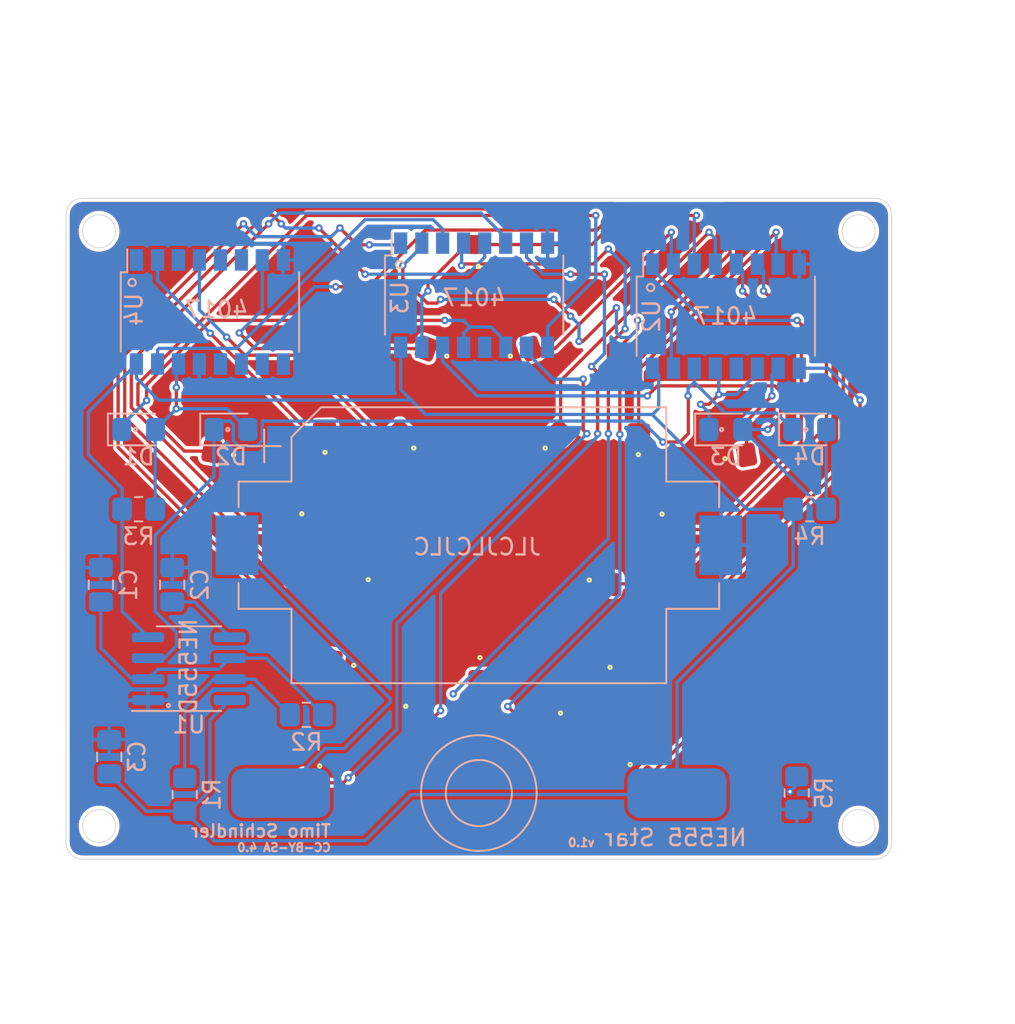
<source format=kicad_pcb>
(kicad_pcb (version 20171130) (host pcbnew 5.1.9)
  (layers (0 F.Cu signal) (31 B.Cu signal) (34 B.Paste user) (35 F.Paste user) (36 B.SilkS user) (37 F.SilkS user) (38 B.Mask user) (39 F.Mask user) (44 Edge.Cuts user))
  (net 0 "")
  (net 1 +3V0)
  (net 2 GND)
  (net 3 "Net-(C1-Pad1)")
  (net 4 "Net-(C2-Pad1)")
  (net 5 VCC)
  (net 6 "Net-(D1-Pad2)")
  (net 7 "Net-(D5-Pad2)")
  (net 8 "Net-(D6-Pad2)")
  (net 9 "Net-(D7-Pad2)")
  (net 10 "Net-(D8-Pad2)")
  (net 11 "Net-(D9-Pad2)")
  (net 12 "Net-(D10-Pad2)")
  (net 13 "Net-(D11-Pad2)")
  (net 14 "Net-(D12-Pad2)")
  (net 15 "Net-(D13-Pad2)")
  (net 16 "Net-(D14-Pad2)")
  (net 17 "Net-(D15-Pad2)")
  (net 18 "Net-(D16-Pad2)")
  (net 19 "Net-(D17-Pad2)")
  (net 20 "Net-(D18-Pad2)")
  (net 21 "Net-(D19-Pad2)")
  (net 22 "Net-(D20-Pad2)")
  (net 23 "Net-(D21-Pad2)")
  (net 24 "Net-(D22-Pad2)")
  (net 25 "Net-(D23-Pad2)")
  (net 26 "Net-(D24-Pad2)")
  (net 27 "Net-(R1-Pad2)")
  (net 28 "Net-(U2-Pad15)")
  (net 29 "Net-(U2-Pad12)")
  (net 30 "Net-(U3-Pad12)")
  (net 31 "Net-(U3-Pad3)")
  (net 32 "Net-(U4-Pad12)")
  (net 33 "Net-(U4-Pad3)")
  (net 34 "Net-(U4-Pad9)")
  (net 35 /Common-R)
  (net 36 "Net-(D1-Pad1)")
  (net 37 "Net-(D2-Pad1)")
  (net 38 "Net-(D3-Pad2)")
  (net 39 "Net-(D3-Pad1)")
  (net 40 "Net-(U4-Pad10)")
  (net 41 "Net-(U4-Pad6)")
  (net 42 "Net-(U4-Pad5)")
  (net 43 "Net-(U4-Pad1)")
  (module Binary_Kitchen:star_small (layer F.Cu) (at 157.226 106.426)
    (fp_text reference Ref** hide)
    (fp_text value Val** hide)
  )
  (module Binary_Kitchen:star (layer F.Cu) (at 125.51 84.44)
    (fp_text reference Ref** hide)
    (fp_text value Val** hide)
  )
  (module Binary_Kitchen:LED_0805_2012Metric_Pad1.15x1.40mm_HandSolder (layer F.Cu) (at 125.065 93.1 270)
    (fp_text reference D15 hide)
    (fp_text value LED)
    (pad 2 smd roundrect (at 1.025 0 270) (size 1.15 1.4) (layers F.Cu F.Paste F.Mask) (roundrect_rratio 0.2173904347826087) (net 17 "Net-(D15-Pad2)"))
    (pad 1 smd roundrect (at -1.025 0 270) (size 1.15 1.4) (layers F.Cu F.Paste F.Mask) (roundrect_rratio 0.2173904347826087) (net 35 /Common-R))
  )
  (module Binary_Kitchen:LED_0805_2012Metric_Pad1.15x1.40mm_HandSolder (layer F.Cu) (at 122.78 74.45 160)
    (fp_text reference D24 hide)
    (fp_text value LED)
    (pad 2 smd roundrect (at 1.025 0 160) (size 1.15 1.4) (layers F.Cu F.Paste F.Mask) (roundrect_rratio 0.2173904347826087) (net 26 "Net-(D24-Pad2)"))
    (pad 1 smd roundrect (at -1.025 0 160) (size 1.15 1.4) (layers F.Cu F.Paste F.Mask) (roundrect_rratio 0.2173904347826087) (net 35 /Common-R))
  )
  (module Binary_Kitchen:LED_0805_2012Metric_Pad1.15x1.40mm_HandSolder (layer F.Cu) (at 120.844784 79.904784 135)
    (fp_text reference D23 hide)
    (fp_text value LED)
    (pad 2 smd roundrect (at 1.025 0 135) (size 1.15 1.4) (layers F.Cu F.Paste F.Mask) (roundrect_rratio 0.2173904347826087) (net 25 "Net-(D23-Pad2)"))
    (pad 1 smd roundrect (at -1.025 0 135) (size 1.15 1.4) (layers F.Cu F.Paste F.Mask) (roundrect_rratio 0.2173904347826087) (net 35 /Common-R))
  )
  (module Binary_Kitchen:LED_0805_2012Metric_Pad1.15x1.40mm_HandSolder (layer F.Cu) (at 115.677889 80.074844 91)
    (fp_text reference D22 hide)
    (fp_text value LED)
    (pad 2 smd roundrect (at 1.025 0 91) (size 1.15 1.4) (layers F.Cu F.Paste F.Mask) (roundrect_rratio 0.2173904347826087) (net 24 "Net-(D22-Pad2)"))
    (pad 1 smd roundrect (at -1.025 0 91) (size 1.15 1.4) (layers F.Cu F.Paste F.Mask) (roundrect_rratio 0.2173904347826087) (net 35 /Common-R))
  )
  (module Binary_Kitchen:LED_0805_2012Metric_Pad1.15x1.40mm_HandSolder (layer F.Cu) (at 109.85 80.48 170)
    (fp_text reference D21 hide)
    (fp_text value LED)
    (pad 2 smd roundrect (at 1.025 0 170) (size 1.15 1.4) (layers F.Cu F.Paste F.Mask) (roundrect_rratio 0.2173904347826087) (net 23 "Net-(D21-Pad2)"))
    (pad 1 smd roundrect (at -1.025 0 170) (size 1.15 1.4) (layers F.Cu F.Paste F.Mask) (roundrect_rratio 0.2173904347826087) (net 35 /Common-R))
  )
  (module Binary_Kitchen:LED_0805_2012Metric_Pad1.15x1.40mm_HandSolder (layer F.Cu) (at 114.065 84.31 225)
    (fp_text reference D20 hide)
    (fp_text value LED)
    (pad 2 smd roundrect (at 1.025 0 225) (size 1.15 1.4) (layers F.Cu F.Paste F.Mask) (roundrect_rratio 0.2173904347826087) (net 22 "Net-(D20-Pad2)"))
    (pad 1 smd roundrect (at -1.025 0 225) (size 1.15 1.4) (layers F.Cu F.Paste F.Mask) (roundrect_rratio 0.2173904347826087) (net 35 /Common-R))
  )
  (module Binary_Kitchen:LED_0805_2012Metric_Pad1.15x1.40mm_HandSolder (layer F.Cu) (at 118.005 88.14 190)
    (fp_text reference D19 hide)
    (fp_text value LED)
    (pad 2 smd roundrect (at 1.025 0 190) (size 1.15 1.4) (layers F.Cu F.Paste F.Mask) (roundrect_rratio 0.2173904347826087) (net 21 "Net-(D19-Pad2)"))
    (pad 1 smd roundrect (at -1.025 0 190) (size 1.15 1.4) (layers F.Cu F.Paste F.Mask) (roundrect_rratio 0.2173904347826087) (net 35 /Common-R))
  )
  (module Binary_Kitchen:LED_0805_2012Metric_Pad1.15x1.40mm_HandSolder (layer F.Cu) (at 117.125 93.22 170)
    (fp_text reference D18 hide)
    (fp_text value LED)
    (pad 2 smd roundrect (at 1.025 0 170) (size 1.15 1.4) (layers F.Cu F.Paste F.Mask) (roundrect_rratio 0.2173904347826087) (net 20 "Net-(D18-Pad2)"))
    (pad 1 smd roundrect (at -1.025 0 170) (size 1.15 1.4) (layers F.Cu F.Paste F.Mask) (roundrect_rratio 0.2173904347826087) (net 35 /Common-R))
  )
  (module Binary_Kitchen:LED_0805_2012Metric_Pad1.15x1.40mm_HandSolder (layer F.Cu) (at 115.165143 99.591196 230)
    (fp_text reference D17 hide)
    (fp_text value LED)
    (pad 2 smd roundrect (at 1.025 0 230) (size 1.15 1.4) (layers F.Cu F.Paste F.Mask) (roundrect_rratio 0.2173904347826087) (net 19 "Net-(D17-Pad2)"))
    (pad 1 smd roundrect (at -1.025 0 230) (size 1.15 1.4) (layers F.Cu F.Paste F.Mask) (roundrect_rratio 0.2173904347826087) (net 35 /Common-R))
  )
  (module Binary_Kitchen:LED_0805_2012Metric_Pad1.15x1.40mm_HandSolder (layer F.Cu) (at 120.765 95.98 310)
    (fp_text reference D16 hide)
    (fp_text value LED)
    (pad 2 smd roundrect (at 1.025 0 310) (size 1.15 1.4) (layers F.Cu F.Paste F.Mask) (roundrect_rratio 0.2173904347826087) (net 18 "Net-(D16-Pad2)"))
    (pad 1 smd roundrect (at -1.025 0 310) (size 1.15 1.4) (layers F.Cu F.Paste F.Mask) (roundrect_rratio 0.2173904347826087) (net 35 /Common-R))
  )
  (module Binary_Kitchen:LED_0805_2012Metric_Pad1.15x1.40mm_HandSolder (layer F.Cu) (at 129.75 96.39 230)
    (fp_text reference D14 hide)
    (fp_text value LED)
    (pad 2 smd roundrect (at 1.025 0 230) (size 1.15 1.4) (layers F.Cu F.Paste F.Mask) (roundrect_rratio 0.2173904347826087) (net 16 "Net-(D14-Pad2)"))
    (pad 1 smd roundrect (at -1.025 0 230) (size 1.15 1.4) (layers F.Cu F.Paste F.Mask) (roundrect_rratio 0.2173904347826087) (net 35 /Common-R))
  )
  (module Binary_Kitchen:LED_0805_2012Metric_Pad1.15x1.40mm_HandSolder (layer F.Cu) (at 134.389196 99.464857 320)
    (fp_text reference D13 hide)
    (fp_text value LED)
    (pad 2 smd roundrect (at 1.025 0 320) (size 1.15 1.4) (layers F.Cu F.Paste F.Mask) (roundrect_rratio 0.2173904347826087) (net 15 "Net-(D13-Pad2)"))
    (pad 1 smd roundrect (at -1.025 0 320) (size 1.15 1.4) (layers F.Cu F.Paste F.Mask) (roundrect_rratio 0.2173904347826087) (net 35 /Common-R))
  )
  (module Binary_Kitchen:LED_0805_2012Metric_Pad1.15x1.40mm_HandSolder (layer F.Cu) (at 133.245 93.39)
    (fp_text reference D12 hide)
    (fp_text value LED)
    (pad 2 smd roundrect (at 1.025 0) (size 1.15 1.4) (layers F.Cu F.Paste F.Mask) (roundrect_rratio 0.2173904347826087) (net 14 "Net-(D12-Pad2)"))
    (pad 1 smd roundrect (at -1.025 0) (size 1.15 1.4) (layers F.Cu F.Paste F.Mask) (roundrect_rratio 0.2173904347826087) (net 35 /Common-R))
  )
  (module Binary_Kitchen:LED_0805_2012Metric_Pad1.15x1.40mm_HandSolder (layer F.Cu) (at 131.98 88.16 350)
    (fp_text reference D11 hide)
    (fp_text value LED)
    (pad 2 smd roundrect (at 1.025 0 350) (size 1.15 1.4) (layers F.Cu F.Paste F.Mask) (roundrect_rratio 0.2173904347826087) (net 13 "Net-(D11-Pad2)"))
    (pad 1 smd roundrect (at -1.025 0 350) (size 1.15 1.4) (layers F.Cu F.Paste F.Mask) (roundrect_rratio 0.2173904347826087) (net 35 /Common-R))
  )
  (module Binary_Kitchen:LED_0805_2012Metric_Pad1.15x1.40mm_HandSolder (layer F.Cu) (at 136.305 84.33 315)
    (fp_text reference D10 hide)
    (fp_text value LED)
    (pad 2 smd roundrect (at 1.025 0 315) (size 1.15 1.4) (layers F.Cu F.Paste F.Mask) (roundrect_rratio 0.2173904347826087) (net 12 "Net-(D10-Pad2)"))
    (pad 1 smd roundrect (at -1.025 0 315) (size 1.15 1.4) (layers F.Cu F.Paste F.Mask) (roundrect_rratio 0.2173904347826087) (net 35 /Common-R))
  )
  (module Binary_Kitchen:LED_0805_2012Metric_Pad1.15x1.40mm_HandSolder (layer F.Cu) (at 140.2 80.71 10)
    (fp_text reference D9 hide)
    (fp_text value LED)
    (pad 2 smd roundrect (at 1.025 0 10) (size 1.15 1.4) (layers F.Cu F.Paste F.Mask) (roundrect_rratio 0.2173904347826087) (net 11 "Net-(D9-Pad2)"))
    (pad 1 smd roundrect (at -1.025 0 10) (size 1.15 1.4) (layers F.Cu F.Paste F.Mask) (roundrect_rratio 0.2173904347826087) (net 35 /Common-R))
  )
  (module Binary_Kitchen:LED_0805_2012Metric_Pad1.15x1.40mm_HandSolder (layer F.Cu) (at 134.662111 80.214844 89)
    (fp_text reference D8 hide)
    (fp_text value LED)
    (pad 2 smd roundrect (at 1.025 0 89) (size 1.15 1.4) (layers F.Cu F.Paste F.Mask) (roundrect_rratio 0.2173904347826087) (net 10 "Net-(D8-Pad2)"))
    (pad 1 smd roundrect (at -1.025 0 89) (size 1.15 1.4) (layers F.Cu F.Paste F.Mask) (roundrect_rratio 0.2173904347826087) (net 35 /Common-R))
  )
  (module Binary_Kitchen:LED_0805_2012Metric_Pad1.15x1.40mm_HandSolder (layer F.Cu) (at 129.225 79.91 45)
    (fp_text reference D7 hide)
    (fp_text value LED)
    (pad 2 smd roundrect (at 1.025 0 45) (size 1.15 1.4) (layers F.Cu F.Paste F.Mask) (roundrect_rratio 0.2173904347826087) (net 9 "Net-(D7-Pad2)"))
    (pad 1 smd roundrect (at -1.025 0 45) (size 1.15 1.4) (layers F.Cu F.Paste F.Mask) (roundrect_rratio 0.2173904347826087) (net 35 /Common-R))
  )
  (module Binary_Kitchen:LED_0805_2012Metric_Pad1.15x1.40mm_HandSolder (layer F.Cu) (at 127.193185 74.449429 20)
    (fp_text reference D6 hide)
    (fp_text value LED)
    (pad 2 smd roundrect (at 1.025 0 20) (size 1.15 1.4) (layers F.Cu F.Paste F.Mask) (roundrect_rratio 0.2173904347826087) (net 8 "Net-(D6-Pad2)"))
    (pad 1 smd roundrect (at -1.025 0 20) (size 1.15 1.4) (layers F.Cu F.Paste F.Mask) (roundrect_rratio 0.2173904347826087) (net 35 /Common-R))
  )
  (module Binary_Kitchen:LED_0805_2012Metric_Pad1.15x1.40mm_HandSolder (layer F.Cu) (at 124.968 68.825 90)
    (fp_text reference D5 hide)
    (fp_text value LED)
    (pad 2 smd roundrect (at 1.025 0 90) (size 1.15 1.4) (layers F.Cu F.Paste F.Mask) (roundrect_rratio 0.2173904347826087) (net 7 "Net-(D5-Pad2)"))
    (pad 1 smd roundrect (at -1.025 0 90) (size 1.15 1.4) (layers F.Cu F.Paste F.Mask) (roundrect_rratio 0.2173904347826087) (net 35 /Common-R))
  )
  (module Package_SO:SOP-16_4.4x10.4mm_P1.27mm (layer B.Cu) (at 108.712 71.882 270)
    (fp_text reference U4 (at -0.15 4.59 90) (layer B.SilkS) (effects (justify mirror)))
    (fp_text value 4017 (at -0.15 -0.41 180) (layer B.SilkS) (effects (justify mirror)))
    (pad 16 smd rect (at 3.15 4.45 270) (size 1.3 0.8) (layers B.Cu B.Paste B.Mask) (net 5 VCC))
    (pad 15 smd rect (at 3.15 3.17 270) (size 1.3 0.8) (layers B.Cu B.Paste B.Mask) (net 31 "Net-(U3-Pad3)"))
    (pad 14 smd rect (at 3.15 1.91 270) (size 1.3 0.8) (layers B.Cu B.Paste B.Mask) (net 6 "Net-(D1-Pad2)"))
    (pad 13 smd rect (at 3.15 0.64 270) (size 1.3 0.8) (layers B.Cu B.Paste B.Mask) (net 2 GND))
    (pad 12 smd rect (at 3.15 -0.64 270) (size 1.3 0.8) (layers B.Cu B.Paste B.Mask) (net 32 "Net-(U4-Pad12)"))
    (pad 11 smd rect (at 3.15 -1.91 270) (size 1.3 0.8) (layers B.Cu B.Paste B.Mask) (net 28 "Net-(U2-Pad15)"))
    (pad 10 smd rect (at 3.15 -3.17 270) (size 1.3 0.8) (layers B.Cu B.Paste B.Mask) (net 40 "Net-(U4-Pad10)"))
    (pad 9 smd rect (at 3.15 -4.45 270) (size 1.3 0.8) (layers B.Cu B.Paste B.Mask) (net 34 "Net-(U4-Pad9)"))
    (pad 8 smd rect (at -3.15 -4.45 270) (size 1.3 0.8) (layers B.Cu B.Paste B.Mask) (net 2 GND))
    (pad 7 smd rect (at -3.15 -3.17 270) (size 1.3 0.8) (layers B.Cu B.Paste B.Mask) (net 26 "Net-(D24-Pad2)"))
    (pad 6 smd rect (at -3.15 -1.91 270) (size 1.3 0.8) (layers B.Cu B.Paste B.Mask) (net 41 "Net-(U4-Pad6)"))
    (pad 5 smd rect (at -3.15 -0.64 270) (size 1.3 0.8) (layers B.Cu B.Paste B.Mask) (net 42 "Net-(U4-Pad5)"))
    (pad 4 smd rect (at -3.15 0.64 270) (size 1.3 0.8) (layers B.Cu B.Paste B.Mask) (net 25 "Net-(D23-Pad2)"))
    (pad 3 smd rect (at -3.15 1.91 270) (size 1.3 0.8) (layers B.Cu B.Paste B.Mask) (net 33 "Net-(U4-Pad3)"))
    (pad 2 smd rect (at -3.15 3.17 270) (size 1.3 0.8) (layers B.Cu B.Paste B.Mask) (net 24 "Net-(D22-Pad2)"))
    (pad 1 smd rect (at -3.15 4.45 270) (size 1.3 0.8) (layers B.Cu B.Paste B.Mask) (net 43 "Net-(U4-Pad1)"))
  )
  (module Package_SO:SOP-16_4.4x10.4mm_P1.27mm (layer B.Cu) (at 124.714 70.866 270)
    (fp_text reference U3 (at 0.15 4.5 90) (layer B.SilkS) (effects (justify mirror)))
    (fp_text value 4017 (at 0.15 0 180) (layer B.SilkS) (effects (justify mirror)))
    (pad 16 smd rect (at 3.15 4.45 270) (size 1.3 0.8) (layers B.Cu B.Paste B.Mask) (net 5 VCC))
    (pad 15 smd rect (at 3.15 3.17 270) (size 1.3 0.8) (layers B.Cu B.Paste B.Mask) (net 7 "Net-(D5-Pad2)"))
    (pad 14 smd rect (at 3.15 1.91 270) (size 1.3 0.8) (layers B.Cu B.Paste B.Mask) (net 38 "Net-(D3-Pad2)"))
    (pad 13 smd rect (at 3.15 0.64 270) (size 1.3 0.8) (layers B.Cu B.Paste B.Mask) (net 36 "Net-(D1-Pad1)"))
    (pad 12 smd rect (at 3.15 -0.64 270) (size 1.3 0.8) (layers B.Cu B.Paste B.Mask) (net 30 "Net-(U3-Pad12)"))
    (pad 11 smd rect (at 3.15 -1.91 270) (size 1.3 0.8) (layers B.Cu B.Paste B.Mask) (net 36 "Net-(D1-Pad1)"))
    (pad 10 smd rect (at 3.15 -3.17 270) (size 1.3 0.8) (layers B.Cu B.Paste B.Mask) (net 19 "Net-(D17-Pad2)"))
    (pad 9 smd rect (at 3.15 -4.45 270) (size 1.3 0.8) (layers B.Cu B.Paste B.Mask) (net 23 "Net-(D21-Pad2)"))
    (pad 8 smd rect (at -3.15 -4.45 270) (size 1.3 0.8) (layers B.Cu B.Paste B.Mask) (net 2 GND))
    (pad 7 smd rect (at -3.15 -3.17 270) (size 1.3 0.8) (layers B.Cu B.Paste B.Mask) (net 18 "Net-(D16-Pad2)"))
    (pad 6 smd rect (at -3.15 -1.91 270) (size 1.3 0.8) (layers B.Cu B.Paste B.Mask) (net 22 "Net-(D20-Pad2)"))
    (pad 5 smd rect (at -3.15 -0.64 270) (size 1.3 0.8) (layers B.Cu B.Paste B.Mask) (net 21 "Net-(D19-Pad2)"))
    (pad 4 smd rect (at -3.15 0.64 270) (size 1.3 0.8) (layers B.Cu B.Paste B.Mask) (net 17 "Net-(D15-Pad2)"))
    (pad 3 smd rect (at -3.15 1.91 270) (size 1.3 0.8) (layers B.Cu B.Paste B.Mask) (net 31 "Net-(U3-Pad3)"))
    (pad 2 smd rect (at -3.15 3.17 270) (size 1.3 0.8) (layers B.Cu B.Paste B.Mask) (net 16 "Net-(D14-Pad2)"))
    (pad 1 smd rect (at -3.15 4.45 270) (size 1.3 0.8) (layers B.Cu B.Paste B.Mask) (net 20 "Net-(D18-Pad2)"))
  )
  (module Package_SO:SOP-16_4.4x10.4mm_P1.27mm (layer B.Cu) (at 139.954 72.136 270)
    (fp_text reference U2 (at 0 4.5 90) (layer B.SilkS) (effects (justify mirror)))
    (fp_text value 4017 (at 0 0 180) (layer B.SilkS) (effects (justify mirror)))
    (pad 16 smd rect (at 3.15 4.45 270) (size 1.3 0.8) (layers B.Cu B.Paste B.Mask) (net 5 VCC))
    (pad 15 smd rect (at 3.15 3.17 270) (size 1.3 0.8) (layers B.Cu B.Paste B.Mask) (net 28 "Net-(U2-Pad15)"))
    (pad 14 smd rect (at 3.15 1.91 270) (size 1.3 0.8) (layers B.Cu B.Paste B.Mask) (net 37 "Net-(D2-Pad1)"))
    (pad 13 smd rect (at 3.15 0.64 270) (size 1.3 0.8) (layers B.Cu B.Paste B.Mask) (net 39 "Net-(D3-Pad1)"))
    (pad 12 smd rect (at 3.15 -0.64 270) (size 1.3 0.8) (layers B.Cu B.Paste B.Mask) (net 29 "Net-(U2-Pad12)"))
    (pad 11 smd rect (at 3.15 -1.91 270) (size 1.3 0.8) (layers B.Cu B.Paste B.Mask) (net 39 "Net-(D3-Pad1)"))
    (pad 10 smd rect (at 3.15 -3.17 270) (size 1.3 0.8) (layers B.Cu B.Paste B.Mask) (net 11 "Net-(D9-Pad2)"))
    (pad 9 smd rect (at 3.15 -4.45 270) (size 1.3 0.8) (layers B.Cu B.Paste B.Mask) (net 15 "Net-(D13-Pad2)"))
    (pad 8 smd rect (at -3.15 -4.45 270) (size 1.3 0.8) (layers B.Cu B.Paste B.Mask) (net 2 GND))
    (pad 7 smd rect (at -3.15 -3.17 270) (size 1.3 0.8) (layers B.Cu B.Paste B.Mask) (net 10 "Net-(D8-Pad2)"))
    (pad 6 smd rect (at -3.15 -1.91 270) (size 1.3 0.8) (layers B.Cu B.Paste B.Mask) (net 14 "Net-(D12-Pad2)"))
    (pad 5 smd rect (at -3.15 -0.64 270) (size 1.3 0.8) (layers B.Cu B.Paste B.Mask) (net 13 "Net-(D11-Pad2)"))
    (pad 4 smd rect (at -3.15 0.64 270) (size 1.3 0.8) (layers B.Cu B.Paste B.Mask) (net 9 "Net-(D7-Pad2)"))
    (pad 3 smd rect (at -3.15 1.91 270) (size 1.3 0.8) (layers B.Cu B.Paste B.Mask) (net 7 "Net-(D5-Pad2)"))
    (pad 2 smd rect (at -3.15 3.17 270) (size 1.3 0.8) (layers B.Cu B.Paste B.Mask) (net 8 "Net-(D6-Pad2)"))
    (pad 1 smd rect (at -3.15 4.45 270) (size 1.3 0.8) (layers B.Cu B.Paste B.Mask) (net 12 "Net-(D10-Pad2)"))
  )
  (module Package_SO:SOIC-8_3.9x4.9mm_P1.27mm (layer B.Cu) (at 107.442 93.472)
    (fp_text reference U1 (at 0 3.4) (layer B.SilkS) (effects (justify mirror)))
    (fp_text value NE555D (at -0.025 -0.135 90) (layer B.SilkS) (effects (justify mirror)))
    (pad 8 smd roundrect (at 2.475 1.905) (size 1.95 0.6) (layers B.Cu B.Paste B.Mask) (net 5 VCC))
    (pad 7 smd roundrect (at 2.475 0.635) (size 1.95 0.6) (layers B.Cu B.Paste B.Mask) (net 27 "Net-(R1-Pad2)"))
    (pad 6 smd roundrect (at 2.475 -0.635) (size 1.95 0.6) (layers B.Cu B.Paste B.Mask) (net 3 "Net-(C1-Pad1)"))
    (pad 5 smd roundrect (at 2.475 -1.905) (size 1.95 0.6) (layers B.Cu B.Paste B.Mask) (net 4 "Net-(C2-Pad1)"))
    (pad 4 smd roundrect (at -2.475 -1.905) (size 1.95 0.6) (layers B.Cu B.Paste B.Mask) (net 5 VCC))
    (pad 3 smd roundrect (at -2.475 -0.635) (size 1.95 0.6) (layers B.Cu B.Paste B.Mask) (net 37 "Net-(D2-Pad1)"))
    (pad 2 smd roundrect (at -2.475 0.635) (size 1.95 0.6) (layers B.Cu B.Paste B.Mask) (net 3 "Net-(C1-Pad1)"))
    (pad 1 smd roundrect (at -2.475 1.905) (size 1.95 0.6) (layers B.Cu B.Paste B.Mask) (net 2 GND))
  )
  (module Binary_Kitchen:Push_Button (layer B.Cu) (at 113 101)
    (fp_text reference SW1 hide)
    (fp_text value SW_DIP_x01)
    (pad 2 smd roundrect (at 24 0) (size 6 3) (layers B.Cu B.Paste B.Mask) (net 5 VCC))
    (pad 1 smd roundrect (at 0 0) (size 6 3) (layers B.Cu B.Paste B.Mask) (net 1 +3V0))
  )
  (module Resistor_SMD:R_0805_2012Metric_Pad1.20x1.40mm_HandSolder (layer B.Cu) (at 144.25 101 90)
    (fp_text reference R5 (at 0 1.65 90) (layer B.SilkS) (effects (justify mirror)))
    (fp_text value R)
    (pad 2 smd roundrect (at 1 0 90) (size 1.2 1.4) (layers B.Cu B.Paste B.Mask) (roundrect_rratio 0.2083325) (net 35 /Common-R))
    (pad 1 smd roundrect (at -1 0 90) (size 1.2 1.4) (layers B.Cu B.Paste B.Mask) (roundrect_rratio 0.2083325) (net 2 GND))
  )
  (module Resistor_SMD:R_0805_2012Metric_Pad1.20x1.40mm_HandSolder (layer B.Cu) (at 145.034 83.82)
    (fp_text reference R4 (at 0 1.65) (layer B.SilkS) (effects (justify mirror)))
    (fp_text value R)
    (pad 2 smd roundrect (at 1 0) (size 1.2 1.4) (layers B.Cu B.Paste B.Mask) (roundrect_rratio 0.2083325) (net 38 "Net-(D3-Pad2)"))
    (pad 1 smd roundrect (at -1 0) (size 1.2 1.4) (layers B.Cu B.Paste B.Mask) (roundrect_rratio 0.2083325) (net 5 VCC))
  )
  (module Resistor_SMD:R_0805_2012Metric_Pad1.20x1.40mm_HandSolder (layer B.Cu) (at 104.394 83.82)
    (fp_text reference R3 (at 0 1.65 180) (layer B.SilkS) (effects (justify mirror)))
    (fp_text value R)
    (pad 2 smd roundrect (at 1 0) (size 1.2 1.4) (layers B.Cu B.Paste B.Mask) (roundrect_rratio 0.2083325) (net 6 "Net-(D1-Pad2)"))
    (pad 1 smd roundrect (at -1 0) (size 1.2 1.4) (layers B.Cu B.Paste B.Mask) (roundrect_rratio 0.2083325) (net 5 VCC))
  )
  (module Resistor_SMD:R_0805_2012Metric_Pad1.20x1.40mm_HandSolder (layer B.Cu) (at 114.554 96.266)
    (fp_text reference R2 (at 0 1.65 180) (layer B.SilkS) (effects (justify mirror)))
    (fp_text value R)
    (pad 2 smd roundrect (at 1 0) (size 1.2 1.4) (layers B.Cu B.Paste B.Mask) (roundrect_rratio 0.2083325) (net 3 "Net-(C1-Pad1)"))
    (pad 1 smd roundrect (at -1 0) (size 1.2 1.4) (layers B.Cu B.Paste B.Mask) (roundrect_rratio 0.2083325) (net 27 "Net-(R1-Pad2)"))
  )
  (module Resistor_SMD:R_0805_2012Metric_Pad1.20x1.40mm_HandSolder (layer B.Cu) (at 107.188 101.092 90)
    (fp_text reference R1 (at 0 1.65 90) (layer B.SilkS) (effects (justify mirror)))
    (fp_text value R)
    (pad 2 smd roundrect (at 1 0 90) (size 1.2 1.4) (layers B.Cu B.Paste B.Mask) (roundrect_rratio 0.2083325) (net 27 "Net-(R1-Pad2)"))
    (pad 1 smd roundrect (at -1 0 90) (size 1.2 1.4) (layers B.Cu B.Paste B.Mask) (roundrect_rratio 0.2083325) (net 5 VCC))
  )
  (module Diode_SMD:D_0805_2012Metric_Pad1.15x1.40mm_HandSolder (layer B.Cu) (at 145.034 78.994)
    (fp_text reference D4 (at 0 1.65) (layer B.SilkS) (effects (justify mirror)))
    (fp_text value D)
    (pad 2 smd roundrect (at 1.025 0) (size 1.15 1.4) (layers B.Cu B.Paste B.Mask) (roundrect_rratio 0.2173904347826087) (net 38 "Net-(D3-Pad2)"))
    (pad 1 smd roundrect (at -1.025 0) (size 1.15 1.4) (layers B.Cu B.Paste B.Mask) (roundrect_rratio 0.2173904347826087) (net 37 "Net-(D2-Pad1)"))
  )
  (module Diode_SMD:D_0805_2012Metric_Pad1.15x1.40mm_HandSolder (layer B.Cu) (at 139.954 78.994)
    (fp_text reference D3 (at 0 1.65) (layer B.SilkS) (effects (justify mirror)))
    (fp_text value D)
    (pad 2 smd roundrect (at 1.025 0) (size 1.15 1.4) (layers B.Cu B.Paste B.Mask) (roundrect_rratio 0.2173904347826087) (net 38 "Net-(D3-Pad2)"))
    (pad 1 smd roundrect (at -1.025 0) (size 1.15 1.4) (layers B.Cu B.Paste B.Mask) (roundrect_rratio 0.2173904347826087) (net 39 "Net-(D3-Pad1)"))
  )
  (module Diode_SMD:D_0805_2012Metric_Pad1.15x1.40mm_HandSolder (layer B.Cu) (at 109.982 78.994)
    (fp_text reference D2 (at 0 1.65) (layer B.SilkS) (effects (justify mirror)))
    (fp_text value D)
    (pad 2 smd roundrect (at 1.025 0) (size 1.15 1.4) (layers B.Cu B.Paste B.Mask) (roundrect_rratio 0.2173904347826087) (net 6 "Net-(D1-Pad2)"))
    (pad 1 smd roundrect (at -1.025 0) (size 1.15 1.4) (layers B.Cu B.Paste B.Mask) (roundrect_rratio 0.2173904347826087) (net 37 "Net-(D2-Pad1)"))
  )
  (module Diode_SMD:D_0805_2012Metric_Pad1.15x1.40mm_HandSolder (layer B.Cu) (at 104.394 78.994)
    (fp_text reference D1 (at 0 1.65) (layer B.SilkS) (effects (justify mirror)))
    (fp_text value D)
    (pad 2 smd roundrect (at 1.025 0) (size 1.15 1.4) (layers B.Cu B.Paste B.Mask) (roundrect_rratio 0.2173904347826087) (net 6 "Net-(D1-Pad2)"))
    (pad 1 smd roundrect (at -1.025 0) (size 1.15 1.4) (layers B.Cu B.Paste B.Mask) (roundrect_rratio 0.2173904347826087) (net 36 "Net-(D1-Pad1)"))
  )
  (module Capacitor_SMD:C_0805_2012Metric_Pad1.18x1.45mm_HandSolder (layer B.Cu) (at 102.616 98.806 90)
    (fp_text reference C3 (at 0 1.68 90) (layer B.SilkS) (effects (justify mirror)))
    (fp_text value C)
    (pad 2 smd roundrect (at 1.0375 0 90) (size 1.175 1.45) (layers B.Cu B.Paste B.Mask) (roundrect_rratio 0.2127659574468085) (net 2 GND))
    (pad 1 smd roundrect (at -1.0375 0 90) (size 1.175 1.45) (layers B.Cu B.Paste B.Mask) (roundrect_rratio 0.2127659574468085) (net 5 VCC))
  )
  (module Capacitor_SMD:C_0805_2012Metric_Pad1.18x1.45mm_HandSolder (layer B.Cu) (at 106.426 88.392 90)
    (fp_text reference C2 (at 0 1.68 90) (layer B.SilkS) (effects (justify mirror)))
    (fp_text value C)
    (pad 2 smd roundrect (at 1.0375 0 90) (size 1.175 1.45) (layers B.Cu B.Paste B.Mask) (roundrect_rratio 0.2127659574468085) (net 2 GND))
    (pad 1 smd roundrect (at -1.0375 0 90) (size 1.175 1.45) (layers B.Cu B.Paste B.Mask) (roundrect_rratio 0.2127659574468085) (net 4 "Net-(C2-Pad1)"))
  )
  (module Capacitor_SMD:C_0805_2012Metric_Pad1.18x1.45mm_HandSolder (layer B.Cu) (at 102.108 88.392 90)
    (fp_text reference C1 (at 0 1.68 90) (layer B.SilkS) (effects (justify mirror)))
    (fp_text value C)
    (pad 2 smd roundrect (at 1.0375 0 90) (size 1.175 1.45) (layers B.Cu B.Paste B.Mask) (roundrect_rratio 0.2127659574468085) (net 2 GND))
    (pad 1 smd roundrect (at -1.0375 0 90) (size 1.175 1.45) (layers B.Cu B.Paste B.Mask) (roundrect_rratio 0.2127659574468085) (net 3 "Net-(C1-Pad1)"))
  )
  (module Battery:BatteryHolder_Keystone_1060_1x2032 (layer B.Cu) (at 125 86)
    (fp_text reference BT1 hide)
    (fp_text value Battery_Cell)
    (pad 1 smd rect (at -14.65 0 180) (size 2.6 3.6) (layers B.Cu B.Paste B.Mask) (net 1 +3V0))
    (pad 2 smd rect (at 14.65 0 180) (size 2.6 3.6) (layers B.Cu B.Paste B.Mask) (net 2 GND))
  )
  (gr_text "JLCJLCJLC\n" (at 124.9 86.1) (layer B.SilkS) (effects (font (size 1 1)) (justify mirror)))
  (gr_text v1.0 (at 131.2 104) (layer B.SilkS) (effects (font (size 0.5 0.5) (thickness 0.125)) (justify mirror)))
  (gr_text "NE555 Star\n" (at 136.906 103.7) (layer B.SilkS) (effects (font (size 1 1)) (justify mirror)))
  (gr_text "Timo Schindler" (at 111.8 103.3) (layer B.SilkS) (effects (font (size 0.75 0.75)) (justify mirror)))
  (gr_text "CC-BY-SA 4.0" (at 113.2 104.3) (layer B.SilkS) (effects (font (size 0.5 0.5) (thickness 0.125)) (justify mirror)))
  (gr_circle (center 104.2 79) (end 104.3 79) (layer B.SilkS) (width 0.12))
  (gr_circle (center 109.8 79) (end 109.9 79) (layer B.SilkS) (width 0.12))
  (gr_circle (center 144.8 79) (end 144.8 78.9) (layer B.SilkS) (width 0.12))
  (gr_circle (center 139.7 79) (end 139.8 79) (layer B.SilkS) (width 0.12))
  (gr_circle (center 135.4 70.4) (end 135.5 70.2) (layer B.SilkS) (width 0.12))
  (gr_circle (center 104 70.1) (end 104.2 70) (layer B.SilkS) (width 0.12))
  (gr_circle (center 120.2 69) (end 120.4 68.9) (layer B.SilkS) (width 0.12))
  (gr_circle (center 106.2 95.7) (end 106.2 95.6) (layer B.SilkS) (width 0.12))
  (gr_circle (center 102 103) (end 102 102) (layer Edge.Cuts) (width 0.05))
  (gr_circle (center 148 103) (end 148 102) (layer Edge.Cuts) (width 0.05))
  (gr_circle (center 102 67) (end 102 66) (layer Edge.Cuts) (width 0.05))
  (gr_circle (center 148 67) (end 149 67) (layer Edge.Cuts) (width 0.05))
  (gr_arc (start 149 104) (end 149 105) (angle -90) (layer Edge.Cuts) (width 0.05))
  (gr_arc (start 101 104) (end 100 104) (angle -90) (layer Edge.Cuts) (width 0.05))
  (gr_arc (start 101 66) (end 101 65) (angle -90) (layer Edge.Cuts) (width 0.05))
  (gr_arc (start 149 66) (end 150 66) (angle -90) (layer Edge.Cuts) (width 0.05))
  (gr_line (start 100 104) (end 100 66) (layer Edge.Cuts) (width 0.05))
  (gr_line (start 149 105) (end 101 105) (layer Edge.Cuts) (width 0.05))
  (gr_line (start 150 66) (end 150 104) (layer Edge.Cuts) (width 0.05))
  (gr_line (start 101 65) (end 149 65) (layer Edge.Cuts) (width 0.05))
  (segment (start 113 101) (end 115.702 98.298) (width 0.2) (layer B.Cu) (net 1))
  (segment (start 115.702 98.298) (end 116.84 98.298) (width 0.2) (layer B.Cu) (net 1))
  (segment (start 116.84 98.298) (end 119.634 95.504) (width 0.2) (layer B.Cu) (net 1))
  (segment (start 119.634 95.284) (end 110.35 86) (width 0.2) (layer B.Cu) (net 1))
  (segment (start 119.634 95.504) (end 119.634 95.284) (width 0.2) (layer B.Cu) (net 1))
  (segment (start 112.125 92.837) (end 109.917 92.837) (width 0.2) (layer B.Cu) (net 3))
  (segment (start 115.554 96.266) (end 112.125 92.837) (width 0.2) (layer B.Cu) (net 3))
  (segment (start 109.24701 93.50699) (end 109.917 92.837) (width 0.2) (layer B.Cu) (net 3))
  (segment (start 105.56701 93.50699) (end 109.24701 93.50699) (width 0.2) (layer B.Cu) (net 3))
  (segment (start 104.967 94.107) (end 105.56701 93.50699) (width 0.2) (layer B.Cu) (net 3))
  (segment (start 103.992 94.107) (end 104.967 94.107) (width 0.2) (layer B.Cu) (net 3))
  (segment (start 102.108 92.223) (end 103.992 94.107) (width 0.2) (layer B.Cu) (net 3))
  (segment (start 102.108 89.4295) (end 102.108 92.223) (width 0.2) (layer B.Cu) (net 3))
  (segment (start 107.7795 89.4295) (end 109.917 91.567) (width 0.2) (layer B.Cu) (net 4))
  (segment (start 106.426 89.4295) (end 107.7795 89.4295) (width 0.2) (layer B.Cu) (net 4))
  (segment (start 104.8645 102.092) (end 102.616 99.8435) (width 0.2) (layer B.Cu) (net 5))
  (segment (start 107.188 102.092) (end 104.8645 102.092) (width 0.2) (layer B.Cu) (net 5))
  (segment (start 103.394 89.994) (end 104.967 91.567) (width 0.2) (layer B.Cu) (net 5))
  (segment (start 103.394 83.82) (end 103.394 89.994) (width 0.2) (layer B.Cu) (net 5))
  (segment (start 144.034 83.82) (end 141.224 83.82) (width 0.2) (layer B.Cu) (net 5))
  (segment (start 141.224 83.82) (end 135.504 78.1) (width 0.2) (layer B.Cu) (net 5))
  (segment (start 120.264 76.576) (end 120.264 74.016) (width 0.2) (layer B.Cu) (net 5))
  (segment (start 104.262 75.882) (end 105.596 77.216) (width 0.2) (layer B.Cu) (net 5))
  (segment (start 104.262 75.032) (end 104.262 75.882) (width 0.2) (layer B.Cu) (net 5))
  (segment (start 120.904 77.216) (end 120.264 76.576) (width 0.2) (layer B.Cu) (net 5))
  (segment (start 105.596 77.216) (end 120.904 77.216) (width 0.2) (layer B.Cu) (net 5))
  (segment (start 101.346 77.948) (end 104.262 75.032) (width 0.2) (layer B.Cu) (net 5))
  (segment (start 101.346 80.518) (end 101.346 77.948) (width 0.2) (layer B.Cu) (net 5))
  (segment (start 103.394 82.566) (end 101.346 80.518) (width 0.2) (layer B.Cu) (net 5))
  (segment (start 103.394 83.82) (end 103.394 82.566) (width 0.2) (layer B.Cu) (net 5))
  (segment (start 144.034 87.266) (end 144.034 83.82) (width 0.2) (layer B.Cu) (net 5))
  (segment (start 137 94.3) (end 144.034 87.266) (width 0.2) (layer B.Cu) (net 5))
  (segment (start 137 101) (end 137 94.3) (width 0.2) (layer B.Cu) (net 5))
  (segment (start 108.712 96.582) (end 109.917 95.377) (width 0.2) (layer B.Cu) (net 5))
  (segment (start 108.712 100.838) (end 108.712 96.582) (width 0.2) (layer B.Cu) (net 5))
  (segment (start 107.458 102.092) (end 108.712 100.838) (width 0.2) (layer B.Cu) (net 5))
  (segment (start 107.188 102.092) (end 107.458 102.092) (width 0.2) (layer B.Cu) (net 5))
  (segment (start 108.982 103.886) (end 107.188 102.092) (width 0.2) (layer B.Cu) (net 5))
  (segment (start 118.11 103.886) (end 108.982 103.886) (width 0.2) (layer B.Cu) (net 5))
  (segment (start 120.904 101.092) (end 118.11 103.886) (width 0.2) (layer B.Cu) (net 5))
  (segment (start 136.908 101.092) (end 120.904 101.092) (width 0.2) (layer B.Cu) (net 5))
  (segment (start 137 101) (end 136.908 101.092) (width 0.2) (layer B.Cu) (net 5))
  (segment (start 135.89 75.672) (end 135.504 75.286) (width 0.2) (layer B.Cu) (net 5))
  (segment (start 135.89 77.714) (end 135.89 75.672) (width 0.2) (layer B.Cu) (net 5))
  (segment (start 135.504 78.1) (end 135.89 77.714) (width 0.2) (layer B.Cu) (net 5))
  (segment (start 121.773989 78.085989) (end 120.904 77.216) (width 0.2) (layer B.Cu) (net 5))
  (segment (start 135.489989 78.085989) (end 121.773989 78.085989) (width 0.2) (layer B.Cu) (net 5))
  (segment (start 135.504 78.1) (end 135.489989 78.085989) (width 0.2) (layer B.Cu) (net 5))
  (segment (start 105.394 79.019) (end 105.419 78.994) (width 0.2) (layer B.Cu) (net 6))
  (segment (start 105.394 83.82) (end 105.394 79.019) (width 0.2) (layer B.Cu) (net 6))
  (via (at 106.68 77.741) (size 0.45) (drill 0.2) (layers F.Cu B.Cu) (net 6))
  (segment (start 105.427 78.994) (end 106.68 77.741) (width 0.2) (layer B.Cu) (net 6))
  (segment (start 105.419 78.994) (end 105.427 78.994) (width 0.2) (layer B.Cu) (net 6))
  (via (at 106.68 76.454) (size 0.45) (drill 0.2) (layers F.Cu B.Cu) (net 6))
  (segment (start 106.68 77.741) (end 106.68 76.454) (width 0.2) (layer F.Cu) (net 6))
  (segment (start 106.68 75.154) (end 106.802 75.032) (width 0.2) (layer B.Cu) (net 6))
  (segment (start 106.68 76.454) (end 106.68 75.154) (width 0.2) (layer B.Cu) (net 6))
  (segment (start 109.754 77.741) (end 111.007 78.994) (width 0.2) (layer B.Cu) (net 6))
  (segment (start 106.68 77.741) (end 109.754 77.741) (width 0.2) (layer B.Cu) (net 6))
  (via (at 121.92 70.612) (size 0.45) (drill 0.2) (layers F.Cu B.Cu) (net 7))
  (segment (start 124.268 67.8) (end 121.92 70.148) (width 0.2) (layer F.Cu) (net 7))
  (segment (start 121.544 74.016) (end 121.544 70.988) (width 0.2) (layer B.Cu) (net 7))
  (segment (start 121.544 70.988) (end 121.92 70.612) (width 0.2) (layer B.Cu) (net 7))
  (segment (start 124.968 67.8) (end 124.268 67.8) (width 0.2) (layer F.Cu) (net 7))
  (segment (start 121.92 70.148) (end 121.92 70.612) (width 0.2) (layer F.Cu) (net 7))
  (via (at 138.176008 66.04) (size 0.45) (drill 0.2) (layers F.Cu B.Cu) (net 7))
  (segment (start 138.044 68.986) (end 138.044 66.172008) (width 0.2) (layer B.Cu) (net 7))
  (segment (start 138.044 66.172008) (end 138.176008 66.04) (width 0.2) (layer B.Cu) (net 7))
  (segment (start 133.604 66.04) (end 138.176008 66.04) (width 0.2) (layer F.Cu) (net 7))
  (segment (start 131.844 67.8) (end 133.604 66.04) (width 0.2) (layer F.Cu) (net 7))
  (segment (start 124.968 67.8) (end 131.844 67.8) (width 0.2) (layer F.Cu) (net 7))
  (via (at 136.652 67.056) (size 0.45) (drill 0.2) (layers F.Cu B.Cu) (net 8))
  (segment (start 129.609142 74.098858) (end 136.652 67.056) (width 0.2) (layer F.Cu) (net 8))
  (segment (start 128.15637 74.098858) (end 129.609142 74.098858) (width 0.2) (layer F.Cu) (net 8))
  (segment (start 136.652 68.854) (end 136.784 68.986) (width 0.2) (layer B.Cu) (net 8))
  (segment (start 136.652 67.056) (end 136.652 68.854) (width 0.2) (layer B.Cu) (net 8))
  (via (at 138.938 67.056) (size 0.45) (drill 0.2) (layers F.Cu B.Cu) (net 9))
  (segment (start 129.949784 79.185216) (end 129.949784 76.044216) (width 0.2) (layer F.Cu) (net 9))
  (segment (start 129.949784 76.044216) (end 138.938 67.056) (width 0.2) (layer F.Cu) (net 9))
  (segment (start 139.314 68.986) (end 139.314 67.432) (width 0.2) (layer B.Cu) (net 9))
  (segment (start 139.314 67.432) (end 138.938 67.056) (width 0.2) (layer B.Cu) (net 9))
  (segment (start 143.256 68.854) (end 143.124 68.986) (width 0.2) (layer B.Cu) (net 10))
  (via (at 143.002 67.056) (size 0.45) (drill 0.2) (layers F.Cu B.Cu) (net 10))
  (segment (start 134.68 75.378) (end 143.002 67.056) (width 0.2) (layer F.Cu) (net 10))
  (segment (start 134.68 79.19) (end 134.68 75.378) (width 0.2) (layer F.Cu) (net 10))
  (segment (start 143.002 68.864) (end 143.124 68.986) (width 0.2) (layer B.Cu) (net 10))
  (segment (start 143.002 67.056) (end 143.002 68.864) (width 0.2) (layer B.Cu) (net 10))
  (via (at 142.748 76.962) (size 0.45) (drill 0.2) (layers F.Cu B.Cu) (net 11))
  (segment (start 141.209428 78.500572) (end 142.748 76.962) (width 0.2) (layer F.Cu) (net 11))
  (segment (start 141.209428 80.532011) (end 141.209428 78.500572) (width 0.2) (layer F.Cu) (net 11))
  (segment (start 142.748 75.662) (end 143.124 75.286) (width 0.2) (layer B.Cu) (net 11))
  (segment (start 142.748 76.962) (end 142.748 75.662) (width 0.2) (layer B.Cu) (net 11))
  (segment (start 135.636 68.854) (end 135.504 68.986) (width 0.2) (layer B.Cu) (net 12))
  (via (at 144.272 72.39) (size 0.45) (drill 0.2) (layers F.Cu B.Cu) (net 12))
  (segment (start 135.504 69.296002) (end 135.504 68.986) (width 0.2) (layer B.Cu) (net 12))
  (segment (start 138.597998 72.39) (end 135.504 69.296002) (width 0.2) (layer B.Cu) (net 12))
  (segment (start 144.272 72.39) (end 138.597998 72.39) (width 0.2) (layer B.Cu) (net 12))
  (segment (start 144.526 72.644) (end 144.272 72.39) (width 0.2) (layer F.Cu) (net 12))
  (segment (start 139.227216 85.054784) (end 144.526 79.756) (width 0.2) (layer F.Cu) (net 12))
  (segment (start 144.526 79.756) (end 144.526 72.644) (width 0.2) (layer F.Cu) (net 12))
  (segment (start 137.029784 85.054784) (end 139.227216 85.054784) (width 0.2) (layer F.Cu) (net 12))
  (segment (start 140.716 69.108) (end 140.594 68.986) (width 0.2) (layer B.Cu) (net 13))
  (via (at 140.97 70.612) (size 0.45) (drill 0.2) (layers F.Cu B.Cu) (net 13))
  (segment (start 140.97 69.362) (end 140.594 68.986) (width 0.2) (layer B.Cu) (net 13))
  (segment (start 140.97 70.612) (end 140.97 69.362) (width 0.2) (layer B.Cu) (net 13))
  (segment (start 132.989428 88.337989) (end 136.452011 88.337989) (width 0.2) (layer F.Cu) (net 13))
  (segment (start 136.452011 88.337989) (end 139.335205 85.454795) (width 0.2) (layer F.Cu) (net 13))
  (segment (start 139.335205 85.454795) (end 139.392905 85.454795) (width 0.2) (layer F.Cu) (net 13))
  (segment (start 139.392905 85.454795) (end 146.05 78.7977) (width 0.2) (layer F.Cu) (net 13))
  (segment (start 146.05 78.7977) (end 146.05 71.628) (width 0.2) (layer F.Cu) (net 13))
  (segment (start 146.05 71.628) (end 141.986 71.628) (width 0.2) (layer F.Cu) (net 13))
  (segment (start 141.986 71.628) (end 140.97 70.612) (width 0.2) (layer F.Cu) (net 13))
  (segment (start 141.864 69.474) (end 141.864 68.986) (width 0.2) (layer B.Cu) (net 14))
  (via (at 142.24 70.612) (size 0.45) (drill 0.2) (layers F.Cu B.Cu) (net 14))
  (segment (start 142.24 69.362) (end 141.864 68.986) (width 0.2) (layer B.Cu) (net 14))
  (segment (start 142.24 70.612) (end 142.24 69.362) (width 0.2) (layer B.Cu) (net 14))
  (segment (start 142.494 70.866) (end 142.24 70.612) (width 0.2) (layer F.Cu) (net 14))
  (segment (start 147.066 70.866) (end 142.494 70.866) (width 0.2) (layer F.Cu) (net 14))
  (segment (start 147.066 81.169) (end 147.066 70.866) (width 0.2) (layer F.Cu) (net 14))
  (segment (start 134.845 93.39) (end 147.066 81.169) (width 0.2) (layer F.Cu) (net 14))
  (segment (start 134.27 93.39) (end 134.845 93.39) (width 0.2) (layer F.Cu) (net 14))
  (via (at 148.082 77.216) (size 0.45) (drill 0.2) (layers F.Cu B.Cu) (net 15))
  (segment (start 135.174392 100.123714) (end 148.082 87.216106) (width 0.2) (layer F.Cu) (net 15))
  (segment (start 148.082 87.216106) (end 148.082 77.216) (width 0.2) (layer F.Cu) (net 15))
  (segment (start 144.404 75.286) (end 146.152 75.286) (width 0.2) (layer B.Cu) (net 15))
  (segment (start 146.152 75.286) (end 148.082 77.216) (width 0.2) (layer B.Cu) (net 15))
  (via (at 126.746 95.758) (size 0.45) (drill 0.2) (layers F.Cu B.Cu) (net 16))
  (segment (start 128.163196 97.175196) (end 126.746 95.758) (width 0.2) (layer F.Cu) (net 16))
  (segment (start 129.091143 97.175196) (end 128.163196 97.175196) (width 0.2) (layer F.Cu) (net 16))
  (via (at 133.538233 79.29423) (size 0.45) (drill 0.2) (layers F.Cu B.Cu) (net 16))
  (segment (start 133.538233 88.965767) (end 133.538233 79.29423) (width 0.2) (layer B.Cu) (net 16))
  (segment (start 126.746 95.758) (end 133.538233 88.965767) (width 0.2) (layer B.Cu) (net 16))
  (via (at 134.62 72.39) (size 0.45) (drill 0.2) (layers F.Cu B.Cu) (net 16))
  (segment (start 134.62 72.913002) (end 134.62 72.39) (width 0.2) (layer F.Cu) (net 16))
  (segment (start 133.538233 73.994769) (end 134.62 72.913002) (width 0.2) (layer F.Cu) (net 16))
  (segment (start 133.538233 79.29423) (end 133.538233 73.994769) (width 0.2) (layer F.Cu) (net 16))
  (via (at 133.333 71.628) (size 0.45) (drill 0.2) (layers F.Cu B.Cu) (net 16))
  (segment (start 133.333 73.150002) (end 133.333 71.628) (width 0.2) (layer B.Cu) (net 16))
  (segment (start 133.605999 73.423001) (end 133.333 73.150002) (width 0.2) (layer B.Cu) (net 16))
  (segment (start 134.110001 73.423001) (end 133.605999 73.423001) (width 0.2) (layer B.Cu) (net 16))
  (segment (start 134.62 72.913002) (end 134.110001 73.423001) (width 0.2) (layer B.Cu) (net 16))
  (segment (start 134.62 72.39) (end 134.62 72.913002) (width 0.2) (layer B.Cu) (net 16))
  (via (at 131.064 73.66) (size 0.45) (drill 0.2) (layers F.Cu B.Cu) (net 16))
  (segment (start 131.301 73.66) (end 131.064 73.66) (width 0.2) (layer F.Cu) (net 16))
  (segment (start 133.333 71.628) (end 131.301 73.66) (width 0.2) (layer F.Cu) (net 16))
  (via (at 130.556 72.136) (size 0.45) (drill 0.2) (layers F.Cu B.Cu) (net 16))
  (segment (start 131.064 72.644) (end 130.556 72.136) (width 0.2) (layer B.Cu) (net 16))
  (segment (start 131.064 73.66) (end 131.064 72.644) (width 0.2) (layer B.Cu) (net 16))
  (via (at 120.396 69.071) (size 0.45) (drill 0.2) (layers F.Cu B.Cu) (net 16))
  (segment (start 130.556 72.136) (end 129.557001 71.137001) (width 0.2) (layer F.Cu) (net 16))
  (segment (start 121.544 67.923) (end 121.544 67.716) (width 0.2) (layer B.Cu) (net 16))
  (segment (start 120.396 69.071) (end 121.544 67.923) (width 0.2) (layer B.Cu) (net 16))
  (via (at 129.54 71.12) (size 0.45) (drill 0.2) (layers F.Cu B.Cu) (net 16))
  (segment (start 129.557001 71.137001) (end 129.54 71.12) (width 0.2) (layer F.Cu) (net 16))
  (via (at 122.682 71.12) (size 0.45) (drill 0.2) (layers F.Cu B.Cu) (net 16))
  (segment (start 129.54 71.12) (end 122.682 71.12) (width 0.2) (layer B.Cu) (net 16))
  (segment (start 120.396 69.865002) (end 120.396 69.071) (width 0.2) (layer F.Cu) (net 16))
  (segment (start 121.875997 71.344999) (end 120.396 69.865002) (width 0.2) (layer F.Cu) (net 16))
  (segment (start 122.457001 71.344999) (end 121.875997 71.344999) (width 0.2) (layer F.Cu) (net 16))
  (segment (start 122.682 71.12) (end 122.457001 71.344999) (width 0.2) (layer F.Cu) (net 16))
  (segment (start 124.074 67.188) (end 124.074 67.716) (width 0.2) (layer B.Cu) (net 17))
  (segment (start 125.065 94.125) (end 124.569 94.125) (width 0.2) (layer F.Cu) (net 17))
  (via (at 123.444 94.996) (size 0.45) (drill 0.2) (layers F.Cu B.Cu) (net 17))
  (segment (start 124.315 94.125) (end 123.444 94.996) (width 0.2) (layer F.Cu) (net 17))
  (segment (start 125.065 94.125) (end 124.315 94.125) (width 0.2) (layer F.Cu) (net 17))
  (via (at 133.858 72.898) (size 0.45) (drill 0.2) (layers F.Cu B.Cu) (net 17))
  (via (at 132.842 68.072) (size 0.45) (drill 0.2) (layers F.Cu B.Cu) (net 17))
  (segment (start 133.858 69.088) (end 132.842 68.072) (width 0.2) (layer B.Cu) (net 17))
  (segment (start 133.858 72.898) (end 133.858 69.088) (width 0.2) (layer B.Cu) (net 17))
  (via (at 123.952 69.071) (size 0.45) (drill 0.2) (layers F.Cu B.Cu) (net 17))
  (segment (start 124.04801 68.97499) (end 123.952 69.071) (width 0.2) (layer F.Cu) (net 17))
  (segment (start 131.93901 68.97499) (end 124.04801 68.97499) (width 0.2) (layer F.Cu) (net 17))
  (segment (start 132.842 68.072) (end 131.93901 68.97499) (width 0.2) (layer F.Cu) (net 17))
  (segment (start 123.952 67.838) (end 124.074 67.716) (width 0.2) (layer B.Cu) (net 17))
  (segment (start 123.952 69.071) (end 123.952 67.838) (width 0.2) (layer B.Cu) (net 17))
  (segment (start 123.444 94.996) (end 132.842 85.598) (width 0.2) (layer B.Cu) (net 17))
  (via (at 132.842 79.248) (size 0.45) (drill 0.2) (layers F.Cu B.Cu) (net 17))
  (segment (start 132.842 85.598) (end 132.842 79.248) (width 0.2) (layer B.Cu) (net 17))
  (segment (start 132.842 73.914) (end 132.842 79.248) (width 0.2) (layer F.Cu) (net 17))
  (segment (start 133.858 72.898) (end 132.842 73.914) (width 0.2) (layer F.Cu) (net 17))
  (segment (start 127.762 67.838) (end 127.884 67.716) (width 0.2) (layer B.Cu) (net 18))
  (via (at 122.682 96.012) (size 0.45) (drill 0.2) (layers F.Cu B.Cu) (net 18))
  (segment (start 121.928804 96.765196) (end 122.682 96.012) (width 0.2) (layer F.Cu) (net 18))
  (segment (start 121.423857 96.765196) (end 121.928804 96.765196) (width 0.2) (layer F.Cu) (net 18))
  (via (at 131.826 75.184) (size 0.45) (drill 0.2) (layers F.Cu B.Cu) (net 18))
  (via (at 132.605 69.596) (size 0.45) (drill 0.2) (layers F.Cu B.Cu) (net 18))
  (segment (start 132.605 74.405) (end 132.605 69.596) (width 0.2) (layer B.Cu) (net 18))
  (segment (start 131.826 75.184) (end 132.605 74.405) (width 0.2) (layer B.Cu) (net 18))
  (via (at 130.556 69.596) (size 0.45) (drill 0.2) (layers F.Cu B.Cu) (net 18))
  (segment (start 132.605 69.596) (end 130.556 69.596) (width 0.2) (layer F.Cu) (net 18))
  (segment (start 127.884 68.566) (end 128.914 69.596) (width 0.2) (layer B.Cu) (net 18))
  (segment (start 127.884 67.716) (end 127.884 68.566) (width 0.2) (layer B.Cu) (net 18))
  (segment (start 128.914 69.596) (end 130.556 69.596) (width 0.2) (layer B.Cu) (net 18))
  (segment (start 132.191987 79.405015) (end 132.191987 79.248) (width 0.2) (layer B.Cu) (net 18))
  (segment (start 122.682 88.915002) (end 132.191987 79.405015) (width 0.2) (layer B.Cu) (net 18))
  (segment (start 131.826 75.184) (end 132.191987 75.549987) (width 0.2) (layer F.Cu) (net 18))
  (via (at 132.191987 79.248) (size 0.45) (drill 0.2) (layers F.Cu B.Cu) (net 18))
  (segment (start 122.682 96.012) (end 122.682 88.915002) (width 0.2) (layer B.Cu) (net 18))
  (segment (start 132.191987 75.549987) (end 132.191987 79.248) (width 0.2) (layer F.Cu) (net 18))
  (segment (start 127.884 74.3) (end 127.884 74.016) (width 0.2) (layer B.Cu) (net 19))
  (via (at 117.094 100.076) (size 0.45) (drill 0.2) (layers F.Cu B.Cu) (net 19))
  (segment (start 116.793608 100.376392) (end 117.094 100.076) (width 0.2) (layer F.Cu) (net 19))
  (segment (start 114.506286 100.376392) (end 116.793608 100.376392) (width 0.2) (layer F.Cu) (net 19))
  (via (at 131.318 75.946) (size 0.45) (drill 0.2) (layers F.Cu B.Cu) (net 19))
  (segment (start 127.884 74.326002) (end 127.884 74.016) (width 0.2) (layer B.Cu) (net 19))
  (segment (start 129.503998 75.946) (end 127.884 74.326002) (width 0.2) (layer B.Cu) (net 19))
  (segment (start 131.318 75.946) (end 129.503998 75.946) (width 0.2) (layer B.Cu) (net 19))
  (segment (start 131.318 75.946) (end 131.318 79.024026) (width 0.2) (layer F.Cu) (net 19))
  (segment (start 117.094 100.076) (end 120.03401 97.13599) (width 0.2) (layer B.Cu) (net 19))
  (segment (start 120.03401 90.755964) (end 131.316975 79.472999) (width 0.2) (layer B.Cu) (net 19))
  (segment (start 120.03401 97.13599) (end 120.03401 90.755964) (width 0.2) (layer B.Cu) (net 19))
  (segment (start 131.316975 79.472999) (end 131.541974 79.248) (width 0.2) (layer B.Cu) (net 19))
  (via (at 131.541974 79.248) (size 0.45) (drill 0.2) (layers F.Cu B.Cu) (net 19))
  (segment (start 131.318 79.024026) (end 131.541974 79.248) (width 0.2) (layer F.Cu) (net 19))
  (segment (start 103.152737 74.139263) (end 110.744 66.548) (width 0.2) (layer F.Cu) (net 20))
  (via (at 110.744 66.548) (size 0.45) (drill 0.2) (layers F.Cu B.Cu) (net 20))
  (segment (start 103.152737 80.079176) (end 103.152737 74.139263) (width 0.2) (layer F.Cu) (net 20))
  (segment (start 116.115572 93.042011) (end 103.152737 80.079176) (width 0.2) (layer F.Cu) (net 20))
  (via (at 116.586 66.802) (size 0.45) (drill 0.2) (layers F.Cu B.Cu) (net 20))
  (segment (start 116.060999 67.327001) (end 116.586 66.802) (width 0.2) (layer B.Cu) (net 20))
  (segment (start 111.523001 67.327001) (end 116.060999 67.327001) (width 0.2) (layer B.Cu) (net 20))
  (segment (start 110.744 66.548) (end 111.523001 67.327001) (width 0.2) (layer B.Cu) (net 20))
  (segment (start 116.586 66.802) (end 117.602 67.818) (width 0.2) (layer F.Cu) (net 20))
  (via (at 118.364 67.818) (size 0.45) (drill 0.2) (layers F.Cu B.Cu) (net 20))
  (segment (start 117.602 67.818) (end 118.364 67.818) (width 0.2) (layer F.Cu) (net 20))
  (segment (start 120.162 67.818) (end 120.264 67.716) (width 0.2) (layer B.Cu) (net 20))
  (segment (start 118.364 67.818) (end 120.162 67.818) (width 0.2) (layer B.Cu) (net 20))
  (segment (start 112.504999 66.022999) (end 113.03 66.548) (width 0.2) (layer F.Cu) (net 21))
  (segment (start 112.015999 66.022999) (end 112.504999 66.022999) (width 0.2) (layer F.Cu) (net 21))
  (segment (start 103.552747 74.486251) (end 112.015999 66.022999) (width 0.2) (layer F.Cu) (net 21))
  (segment (start 103.552747 78.258725) (end 103.552747 74.486251) (width 0.2) (layer F.Cu) (net 21))
  (segment (start 113.612011 88.317989) (end 103.552747 78.258725) (width 0.2) (layer F.Cu) (net 21))
  (via (at 113.03 66.548) (size 0.45) (drill 0.2) (layers F.Cu B.Cu) (net 21))
  (segment (start 116.995572 88.317989) (end 113.612011 88.317989) (width 0.2) (layer F.Cu) (net 21))
  (segment (start 113.612011 88.317989) (end 113.463989 88.317989) (width 0.2) (layer F.Cu) (net 21))
  (via (at 115.316 66.802) (size 0.45) (drill 0.2) (layers F.Cu B.Cu) (net 21))
  (segment (start 113.03 66.548) (end 113.284 66.802) (width 0.2) (layer B.Cu) (net 21))
  (segment (start 113.284 66.802) (end 115.316 66.802) (width 0.2) (layer B.Cu) (net 21))
  (via (at 118.11 69.596) (size 0.45) (drill 0.2) (layers F.Cu B.Cu) (net 21))
  (segment (start 115.316 66.802) (end 118.11 69.596) (width 0.2) (layer F.Cu) (net 21))
  (segment (start 125.354 67.716) (end 125.354 68.566) (width 0.2) (layer B.Cu) (net 21))
  (segment (start 125.354 68.566) (end 124.324 69.596) (width 0.2) (layer B.Cu) (net 21))
  (segment (start 124.324 69.596) (end 118.11 69.596) (width 0.2) (layer B.Cu) (net 21))
  (segment (start 126.624 67.459) (end 126.624 67.716) (width 0.2) (layer B.Cu) (net 22))
  (via (at 112.268 66.548) (size 0.45) (drill 0.2) (layers F.Cu B.Cu) (net 22))
  (segment (start 103.952757 74.863243) (end 112.268 66.548) (width 0.2) (layer F.Cu) (net 22))
  (segment (start 103.952757 77.657922) (end 103.952757 74.863243) (width 0.2) (layer F.Cu) (net 22))
  (segment (start 111.329619 85.034784) (end 103.952757 77.657922) (width 0.2) (layer F.Cu) (net 22))
  (segment (start 113.340216 85.034784) (end 111.329619 85.034784) (width 0.2) (layer F.Cu) (net 22))
  (segment (start 112.268 66.548) (end 112.92201 65.89399) (width 0.2) (layer B.Cu) (net 22))
  (segment (start 112.92201 65.89399) (end 125.121992 65.89399) (width 0.2) (layer B.Cu) (net 22))
  (segment (start 125.121992 65.89399) (end 126.624 67.395998) (width 0.2) (layer B.Cu) (net 22))
  (segment (start 126.624 67.395998) (end 126.624 67.716) (width 0.2) (layer B.Cu) (net 22))
  (segment (start 129.266 73.914) (end 129.164 74.016) (width 0.2) (layer B.Cu) (net 23))
  (via (at 132.08 66.04) (size 0.45) (drill 0.2) (layers F.Cu B.Cu) (net 23))
  (segment (start 132.08 69.85) (end 132.08 66.04) (width 0.2) (layer B.Cu) (net 23))
  (segment (start 129.164 74.016) (end 129.164 72.766) (width 0.2) (layer B.Cu) (net 23))
  (segment (start 107.162545 80.302011) (end 104.352767 77.492233) (width 0.2) (layer F.Cu) (net 23))
  (segment (start 129.164 72.766) (end 132.08 69.85) (width 0.2) (layer B.Cu) (net 23))
  (segment (start 108.840572 80.302011) (end 107.162545 80.302011) (width 0.2) (layer F.Cu) (net 23))
  (segment (start 104.352767 77.492233) (end 104.352767 76.241233) (width 0.2) (layer F.Cu) (net 23))
  (segment (start 104.352767 76.241233) (end 114.554 66.04) (width 0.2) (layer F.Cu) (net 23))
  (segment (start 131.761802 66.04) (end 132.08 66.04) (width 0.2) (layer F.Cu) (net 23))
  (segment (start 114.554 66.04) (end 131.761802 66.04) (width 0.2) (layer F.Cu) (net 23))
  (segment (start 105.41 68.864) (end 105.542 68.732) (width 0.2) (layer B.Cu) (net 24))
  (segment (start 105.542 69.982) (end 108.731089 73.171089) (width 0.2) (layer B.Cu) (net 24))
  (segment (start 115.66 79.05) (end 114.61 79.05) (width 0.2) (layer F.Cu) (net 24))
  (segment (start 105.542 68.732) (end 105.542 69.982) (width 0.2) (layer B.Cu) (net 24))
  (segment (start 114.61 79.05) (end 108.731089 73.171089) (width 0.2) (layer F.Cu) (net 24))
  (via (at 108.731089 73.171089) (size 0.45) (drill 0.2) (layers F.Cu B.Cu) (net 24))
  (segment (start 108.204 68.864) (end 108.072 68.732) (width 0.2) (layer B.Cu) (net 25))
  (segment (start 120.12 79.18) (end 118.804 79.18) (width 0.2) (layer F.Cu) (net 25))
  (via (at 109.728 73.406) (size 0.45) (drill 0.2) (layers F.Cu B.Cu) (net 25))
  (segment (start 110.821439 74.499439) (end 109.728 73.406) (width 0.2) (layer F.Cu) (net 25))
  (segment (start 114.123439 74.499439) (end 110.821439 74.499439) (width 0.2) (layer F.Cu) (net 25))
  (segment (start 118.804 79.18) (end 114.123439 74.499439) (width 0.2) (layer F.Cu) (net 25))
  (segment (start 108.072 71.75) (end 108.072 68.732) (width 0.2) (layer B.Cu) (net 25))
  (segment (start 109.728 73.406) (end 108.072 71.75) (width 0.2) (layer B.Cu) (net 25))
  (segment (start 112.014 68.864) (end 111.882 68.732) (width 0.2) (layer B.Cu) (net 26))
  (via (at 110.49 73.152) (size 0.45) (drill 0.2) (layers F.Cu B.Cu) (net 26))
  (segment (start 111.437429 74.099429) (end 110.49 73.152) (width 0.2) (layer F.Cu) (net 26))
  (segment (start 121.816815 74.099429) (end 111.437429 74.099429) (width 0.2) (layer F.Cu) (net 26))
  (segment (start 111.882 71.76) (end 111.882 68.732) (width 0.2) (layer B.Cu) (net 26))
  (segment (start 110.49 73.152) (end 111.882 71.76) (width 0.2) (layer B.Cu) (net 26))
  (segment (start 111.882 74.808) (end 111.882 75.032) (width 0.2) (layer B.Cu) (net 40))
  (segment (start 108.966 68.346) (end 109.352 68.732) (width 0.2) (layer B.Cu) (net 42))
  (segment (start 111.395 94.107) (end 109.917 94.107) (width 0.2) (layer B.Cu) (net 27))
  (segment (start 113.554 96.266) (end 111.395 94.107) (width 0.2) (layer B.Cu) (net 27))
  (segment (start 107.188 95.861) (end 108.942 94.107) (width 0.2) (layer B.Cu) (net 27))
  (segment (start 108.942 94.107) (end 109.917 94.107) (width 0.2) (layer B.Cu) (net 27))
  (segment (start 107.188 100.092) (end 107.188 95.861) (width 0.2) (layer B.Cu) (net 27))
  (segment (start 115.046 70.358) (end 116.332 70.358) (width 0.2) (layer B.Cu) (net 28))
  (via (at 116.332 70.358) (size 0.45) (drill 0.2) (layers F.Cu B.Cu) (net 28))
  (segment (start 110.622 74.782) (end 115.046 70.358) (width 0.2) (layer B.Cu) (net 28))
  (segment (start 110.622 75.032) (end 110.622 74.782) (width 0.2) (layer B.Cu) (net 28))
  (via (at 136.652 71.882) (size 0.45) (drill 0.2) (layers F.Cu B.Cu) (net 28))
  (segment (start 136.652 75.154) (end 136.784 75.286) (width 0.2) (layer B.Cu) (net 28))
  (segment (start 136.652 71.882) (end 136.652 75.154) (width 0.2) (layer B.Cu) (net 28))
  (segment (start 140.208 68.326) (end 136.652 71.882) (width 0.2) (layer F.Cu) (net 28))
  (segment (start 140.208 66.294) (end 140.208 68.326) (width 0.2) (layer F.Cu) (net 28))
  (segment (start 139.428999 65.514999) (end 140.208 66.294) (width 0.2) (layer F.Cu) (net 28))
  (segment (start 132.153311 66.92499) (end 133.563302 65.514999) (width 0.2) (layer F.Cu) (net 28))
  (segment (start 133.563302 65.514999) (end 139.428999 65.514999) (width 0.2) (layer F.Cu) (net 28))
  (segment (start 121.765008 66.92499) (end 132.153311 66.92499) (width 0.2) (layer F.Cu) (net 28))
  (segment (start 118.331998 70.358) (end 121.765008 66.92499) (width 0.2) (layer F.Cu) (net 28))
  (segment (start 116.332 70.358) (end 118.331998 70.358) (width 0.2) (layer F.Cu) (net 28))
  (segment (start 105.642001 74.081999) (end 105.542 74.182) (width 0.2) (layer B.Cu) (net 31))
  (segment (start 110.322001 74.081999) (end 105.642001 74.081999) (width 0.2) (layer B.Cu) (net 31))
  (segment (start 118.11 66.294) (end 110.322001 74.081999) (width 0.2) (layer B.Cu) (net 31))
  (segment (start 105.542 74.182) (end 105.542 75.032) (width 0.2) (layer B.Cu) (net 31))
  (segment (start 122.232 66.294) (end 118.11 66.294) (width 0.2) (layer B.Cu) (net 31))
  (segment (start 122.804 66.866) (end 122.232 66.294) (width 0.2) (layer B.Cu) (net 31))
  (segment (start 122.804 67.716) (end 122.804 66.866) (width 0.2) (layer B.Cu) (net 31))
  (via (at 143.84 100.92) (size 0.45) (drill 0.2) (layers F.Cu B.Cu) (net 35))
  (segment (start 144.25 100.51) (end 143.84 100.92) (width 0.2) (layer B.Cu) (net 35))
  (segment (start 144.25 100) (end 144.25 100.51) (width 0.2) (layer B.Cu) (net 35))
  (segment (start 124.074 73.166) (end 124.074 74.016) (width 0.2) (layer B.Cu) (net 36))
  (segment (start 124.45 72.79) (end 124.074 73.166) (width 0.2) (layer B.Cu) (net 36))
  (segment (start 125.738198 72.79) (end 124.45 72.79) (width 0.2) (layer B.Cu) (net 36))
  (segment (start 126.624 73.675802) (end 126.624 74.016) (width 0.2) (layer B.Cu) (net 36))
  (segment (start 125.738198 72.79) (end 126.624 73.675802) (width 0.2) (layer B.Cu) (net 36))
  (via (at 104.877768 77.240232) (size 0.45) (drill 0.2) (layers F.Cu B.Cu) (net 36))
  (segment (start 103.369 78.749) (end 104.877768 77.240232) (width 0.2) (layer B.Cu) (net 36))
  (segment (start 103.369 78.994) (end 103.369 78.749) (width 0.2) (layer B.Cu) (net 36))
  (segment (start 124.05 72.39) (end 122.936 72.39) (width 0.2) (layer B.Cu) (net 36))
  (via (at 122.936 72.39) (size 0.45) (drill 0.2) (layers F.Cu B.Cu) (net 36))
  (segment (start 124.45 72.79) (end 124.05 72.39) (width 0.2) (layer B.Cu) (net 36))
  (segment (start 108.7697 72.39) (end 122.936 72.39) (width 0.2) (layer F.Cu) (net 36))
  (segment (start 104.877768 76.281932) (end 108.7697 72.39) (width 0.2) (layer F.Cu) (net 36))
  (segment (start 104.877768 77.240232) (end 104.877768 76.281932) (width 0.2) (layer F.Cu) (net 36))
  (segment (start 108.957 81.834834) (end 108.957 78.994) (width 0.2) (layer B.Cu) (net 37))
  (segment (start 105.40099 85.390844) (end 108.957 81.834834) (width 0.2) (layer B.Cu) (net 37))
  (segment (start 105.40099 89.994824) (end 105.40099 85.390844) (width 0.2) (layer B.Cu) (net 37))
  (segment (start 106.68 92.099) (end 106.68 91.273834) (width 0.2) (layer B.Cu) (net 37))
  (segment (start 105.942 92.837) (end 106.68 92.099) (width 0.2) (layer B.Cu) (net 37))
  (segment (start 106.68 91.273834) (end 105.40099 89.994824) (width 0.2) (layer B.Cu) (net 37))
  (segment (start 104.967 92.837) (end 105.942 92.837) (width 0.2) (layer B.Cu) (net 37))
  (segment (start 138.044 76.136) (end 138.044 75.286) (width 0.2) (layer B.Cu) (net 37))
  (segment (start 139.90199 77.99399) (end 138.044 76.136) (width 0.2) (layer B.Cu) (net 37))
  (segment (start 143.00899 77.99399) (end 139.90199 77.99399) (width 0.2) (layer B.Cu) (net 37))
  (segment (start 144.009 78.994) (end 143.00899 77.99399) (width 0.2) (layer B.Cu) (net 37))
  (via (at 136.144 79.756) (size 0.45) (drill 0.2) (layers F.Cu B.Cu) (net 37))
  (via (at 137.668 76.962) (size 0.45) (drill 0.2) (layers F.Cu B.Cu) (net 37))
  (segment (start 137.685001 76.979001) (end 137.668 76.962) (width 0.2) (layer F.Cu) (net 37))
  (segment (start 137.685001 79.246001) (end 137.685001 76.979001) (width 0.2) (layer F.Cu) (net 37))
  (segment (start 137.175002 79.756) (end 137.685001 79.246001) (width 0.2) (layer F.Cu) (net 37))
  (segment (start 136.144 79.756) (end 137.175002 79.756) (width 0.2) (layer F.Cu) (net 37))
  (segment (start 137.668 76.512) (end 138.044 76.136) (width 0.2) (layer B.Cu) (net 37))
  (segment (start 137.668 76.962) (end 137.668 76.512) (width 0.2) (layer B.Cu) (net 37))
  (segment (start 111.88201 78.486) (end 134.874 78.486) (width 0.2) (layer B.Cu) (net 37))
  (segment (start 111.559824 79.99401) (end 111.88201 79.671824) (width 0.2) (layer B.Cu) (net 37))
  (segment (start 109.933302 78.486) (end 110.13199 78.684688) (width 0.2) (layer B.Cu) (net 37))
  (segment (start 134.874 78.486) (end 136.144 79.756) (width 0.2) (layer B.Cu) (net 37))
  (segment (start 110.13199 78.684688) (end 110.13199 79.671824) (width 0.2) (layer B.Cu) (net 37))
  (segment (start 109.465 78.486) (end 109.933302 78.486) (width 0.2) (layer B.Cu) (net 37))
  (segment (start 108.957 78.994) (end 109.465 78.486) (width 0.2) (layer B.Cu) (net 37))
  (segment (start 111.88201 79.671824) (end 111.88201 78.486) (width 0.2) (layer B.Cu) (net 37))
  (segment (start 110.13199 79.671824) (end 110.454176 79.99401) (width 0.2) (layer B.Cu) (net 37))
  (segment (start 110.454176 79.99401) (end 111.559824 79.99401) (width 0.2) (layer B.Cu) (net 37))
  (segment (start 146.034 79.019) (end 146.059 78.994) (width 0.2) (layer B.Cu) (net 38))
  (segment (start 146.034 83.82) (end 146.034 79.019) (width 0.2) (layer B.Cu) (net 38))
  (segment (start 145.805 83.82) (end 140.979 78.994) (width 0.2) (layer B.Cu) (net 38))
  (segment (start 146.034 83.82) (end 145.805 83.82) (width 0.2) (layer B.Cu) (net 38))
  (via (at 135.205 76.962) (size 0.45) (drill 0.2) (layers F.Cu B.Cu) (net 38))
  (segment (start 124.9 76.962) (end 135.205 76.962) (width 0.2) (layer B.Cu) (net 38))
  (segment (start 122.804 74.866) (end 124.9 76.962) (width 0.2) (layer B.Cu) (net 38))
  (segment (start 122.804 74.016) (end 122.804 74.866) (width 0.2) (layer B.Cu) (net 38))
  (segment (start 143.273001 78.214999) (end 142.494 78.994) (width 0.2) (layer F.Cu) (net 38))
  (segment (start 143.273001 76.709999) (end 143.273001 78.214999) (width 0.2) (layer F.Cu) (net 38))
  (via (at 142.494 78.994) (size 0.45) (drill 0.2) (layers F.Cu B.Cu) (net 38))
  (segment (start 142.916769 76.353767) (end 143.273001 76.709999) (width 0.2) (layer F.Cu) (net 38))
  (segment (start 135.813233 76.353767) (end 142.916769 76.353767) (width 0.2) (layer F.Cu) (net 38))
  (segment (start 135.205 76.962) (end 135.813233 76.353767) (width 0.2) (layer F.Cu) (net 38))
  (segment (start 142.494 78.994) (end 140.979 78.994) (width 0.2) (layer B.Cu) (net 38))
  (via (at 138.43 77.47) (size 0.45) (drill 0.2) (layers F.Cu B.Cu) (net 39))
  (segment (start 138.929 77.969) (end 138.43 77.47) (width 0.2) (layer B.Cu) (net 39))
  (segment (start 138.929 78.994) (end 138.929 77.969) (width 0.2) (layer B.Cu) (net 39))
  (via (at 139.529232 76.878768) (size 0.45) (drill 0.2) (layers F.Cu B.Cu) (net 39))
  (segment (start 138.938 77.47) (end 139.529232 76.878768) (width 0.2) (layer F.Cu) (net 39))
  (segment (start 138.43 77.47) (end 138.938 77.47) (width 0.2) (layer F.Cu) (net 39))
  (segment (start 139.529232 75.501232) (end 139.314 75.286) (width 0.2) (layer B.Cu) (net 39))
  (segment (start 139.529232 76.878768) (end 139.529232 75.501232) (width 0.2) (layer B.Cu) (net 39))
  (segment (start 141.864 75.606002) (end 141.864 75.286) (width 0.2) (layer B.Cu) (net 39))
  (segment (start 140.591234 76.878768) (end 141.864 75.606002) (width 0.2) (layer B.Cu) (net 39))
  (segment (start 139.529232 76.878768) (end 140.591234 76.878768) (width 0.2) (layer B.Cu) (net 39))
  (zone (net 2) (net_name GND) (layer B.Cu) (connect_pads (clearance 0.2)) (min_thickness 0.21) (fill yes (arc_segments 32) (thermal_gap 0.22) (thermal_bridge_width 0.22))
    (polygon (pts (xy 154 56) (xy 154 115) (xy 96 115) (xy 97 53)))
  )
  (zone (net 35) (net_name /Common-R) (layer F.Cu) (connect_pads yes (clearance 0.2)) (min_thickness 0.254) (fill yes (arc_segments 32) (thermal_gap 0.508) (thermal_bridge_width 0.508))
    (polygon (pts (xy 152.63 63.5) (xy 156.57 63.59) (xy 151.75 109.5) (xy 98.36 110.28) (xy 97.39 63.62) (xy 152.34 63.41)))
  )
)
</source>
